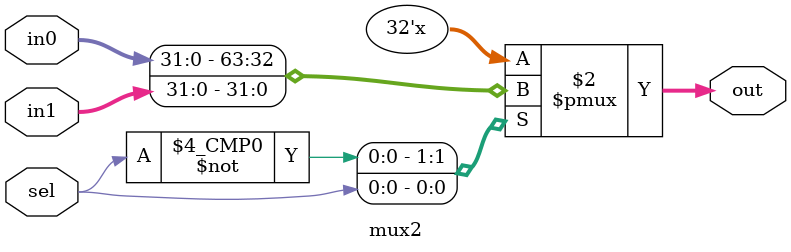
<source format=v>
`timescale 1ns / 1ps
/*
 * File         : Mux2.v
 * Project      : University of Utah, XUM Project MIPS32 core
 * Creator(s)   : Grant Ayers (ayers@cs.utah.edu)
 *
 * Modification History:
 *   Rev   Date         Initials  Description of Change
 *   1.0   7-Jun-2011   GEA       Initial design.
 *
 * Standards/Formatting:
 *   Verilog 2001, 4 soft tab, wide column.
 *
 * Description:
 *   A 2-input Mux of variable width, defaulting to 32-bit width.
 */
module mux2 #(parameter WIDTH = 32)(
    input  sel,
    input  [(WIDTH-1):0] in0, in1,
    output reg [(WIDTH-1):0] out
    );

    always @* begin
        case (sel)
            1'b0    : out <= in0;
            1'b1    : out <= in1;
            default : out <= in0;
        endcase
    end
endmodule


</source>
